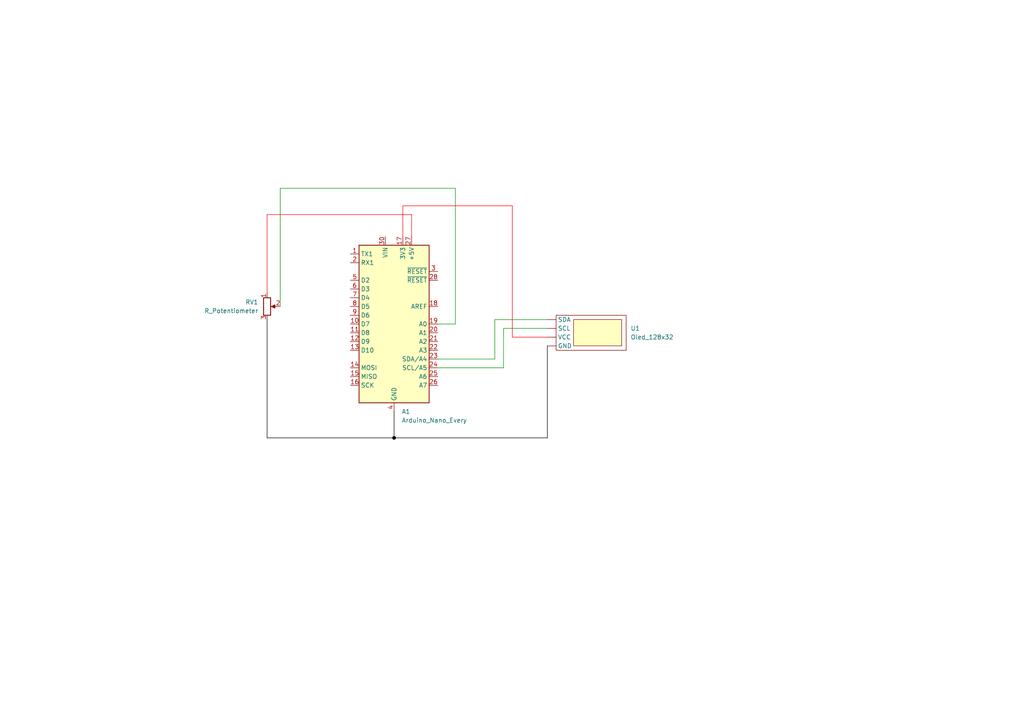
<source format=kicad_sch>
(kicad_sch
	(version 20231120)
	(generator "eeschema")
	(generator_version "8.0")
	(uuid "9609da15-c595-4693-adb8-6395c5cf5def")
	(paper "A4")
	(lib_symbols
		(symbol "Device:R_Potentiometer"
			(pin_names
				(offset 1.016) hide)
			(exclude_from_sim no)
			(in_bom yes)
			(on_board yes)
			(property "Reference" "RV"
				(at -4.445 0 90)
				(effects
					(font
						(size 1.27 1.27)
					)
				)
			)
			(property "Value" "R_Potentiometer"
				(at -2.54 0 90)
				(effects
					(font
						(size 1.27 1.27)
					)
				)
			)
			(property "Footprint" ""
				(at 0 0 0)
				(effects
					(font
						(size 1.27 1.27)
					)
					(hide yes)
				)
			)
			(property "Datasheet" "~"
				(at 0 0 0)
				(effects
					(font
						(size 1.27 1.27)
					)
					(hide yes)
				)
			)
			(property "Description" "Potentiometer"
				(at 0 0 0)
				(effects
					(font
						(size 1.27 1.27)
					)
					(hide yes)
				)
			)
			(property "ki_keywords" "resistor variable"
				(at 0 0 0)
				(effects
					(font
						(size 1.27 1.27)
					)
					(hide yes)
				)
			)
			(property "ki_fp_filters" "Potentiometer*"
				(at 0 0 0)
				(effects
					(font
						(size 1.27 1.27)
					)
					(hide yes)
				)
			)
			(symbol "R_Potentiometer_0_1"
				(polyline
					(pts
						(xy 2.54 0) (xy 1.524 0)
					)
					(stroke
						(width 0)
						(type default)
					)
					(fill
						(type none)
					)
				)
				(polyline
					(pts
						(xy 1.143 0) (xy 2.286 0.508) (xy 2.286 -0.508) (xy 1.143 0)
					)
					(stroke
						(width 0)
						(type default)
					)
					(fill
						(type outline)
					)
				)
				(rectangle
					(start 1.016 2.54)
					(end -1.016 -2.54)
					(stroke
						(width 0.254)
						(type default)
					)
					(fill
						(type none)
					)
				)
			)
			(symbol "R_Potentiometer_1_1"
				(pin passive line
					(at 0 3.81 270)
					(length 1.27)
					(name "1"
						(effects
							(font
								(size 1.27 1.27)
							)
						)
					)
					(number "1"
						(effects
							(font
								(size 1.27 1.27)
							)
						)
					)
				)
				(pin passive line
					(at 3.81 0 180)
					(length 1.27)
					(name "2"
						(effects
							(font
								(size 1.27 1.27)
							)
						)
					)
					(number "2"
						(effects
							(font
								(size 1.27 1.27)
							)
						)
					)
				)
				(pin passive line
					(at 0 -3.81 90)
					(length 1.27)
					(name "3"
						(effects
							(font
								(size 1.27 1.27)
							)
						)
					)
					(number "3"
						(effects
							(font
								(size 1.27 1.27)
							)
						)
					)
				)
			)
		)
		(symbol "I-IoT_bibliotheek:Oled_128x32"
			(exclude_from_sim no)
			(in_bom yes)
			(on_board yes)
			(property "Reference" "U"
				(at 0 7.62 0)
				(effects
					(font
						(size 1.27 1.27)
					)
				)
			)
			(property "Value" "Oled_128x32"
				(at 0 10.16 0)
				(effects
					(font
						(size 1.27 1.27)
					)
				)
			)
			(property "Footprint" ""
				(at 0 7.62 0)
				(effects
					(font
						(size 1.27 1.27)
					)
					(hide yes)
				)
			)
			(property "Datasheet" ""
				(at 0 7.62 0)
				(effects
					(font
						(size 1.27 1.27)
					)
					(hide yes)
				)
			)
			(property "Description" ""
				(at 0 0 0)
				(effects
					(font
						(size 1.27 1.27)
					)
					(hide yes)
				)
			)
			(symbol "Oled_128x32_0_1"
				(rectangle
					(start -5.08 5.08)
					(end 8.89 -2.54)
					(stroke
						(width 0)
						(type default)
					)
					(fill
						(type background)
					)
				)
				(rectangle
					(start 10.16 -3.81)
					(end -10.16 6.35)
					(stroke
						(width 0)
						(type default)
					)
					(fill
						(type none)
					)
				)
			)
			(symbol "Oled_128x32_1_1"
				(pin input line
					(at -12.7 -2.54 0)
					(length 2.54)
					(name "GND"
						(effects
							(font
								(size 1.27 1.27)
							)
						)
					)
					(number ""
						(effects
							(font
								(size 1.27 1.27)
							)
						)
					)
				)
				(pin input line
					(at -12.7 2.54 0)
					(length 2.54)
					(name "SCL"
						(effects
							(font
								(size 1.27 1.27)
							)
						)
					)
					(number ""
						(effects
							(font
								(size 1.27 1.27)
							)
						)
					)
				)
				(pin input line
					(at -12.7 5.08 0)
					(length 2.54)
					(name "SDA"
						(effects
							(font
								(size 1.27 1.27)
							)
						)
					)
					(number ""
						(effects
							(font
								(size 1.27 1.27)
							)
						)
					)
				)
				(pin input line
					(at -12.7 0 0)
					(length 2.54)
					(name "VCC"
						(effects
							(font
								(size 1.27 1.27)
							)
						)
					)
					(number ""
						(effects
							(font
								(size 1.27 1.27)
							)
						)
					)
				)
			)
		)
		(symbol "MCU_Module:Arduino_Nano_Every"
			(exclude_from_sim no)
			(in_bom yes)
			(on_board yes)
			(property "Reference" "A"
				(at -10.16 23.495 0)
				(effects
					(font
						(size 1.27 1.27)
					)
					(justify left bottom)
				)
			)
			(property "Value" "Arduino_Nano_Every"
				(at 5.08 -24.13 0)
				(effects
					(font
						(size 1.27 1.27)
					)
					(justify left top)
				)
			)
			(property "Footprint" "Module:Arduino_Nano"
				(at 0 0 0)
				(effects
					(font
						(size 1.27 1.27)
						(italic yes)
					)
					(hide yes)
				)
			)
			(property "Datasheet" "https://content.arduino.cc/assets/NANOEveryV3.0_sch.pdf"
				(at 0 0 0)
				(effects
					(font
						(size 1.27 1.27)
					)
					(hide yes)
				)
			)
			(property "Description" "Arduino Nano Every"
				(at 0 0 0)
				(effects
					(font
						(size 1.27 1.27)
					)
					(hide yes)
				)
			)
			(property "ki_keywords" "Arduino nano microcontroller module USB UPDI AATMega4809 AVR"
				(at 0 0 0)
				(effects
					(font
						(size 1.27 1.27)
					)
					(hide yes)
				)
			)
			(property "ki_fp_filters" "Arduino*Nano*"
				(at 0 0 0)
				(effects
					(font
						(size 1.27 1.27)
					)
					(hide yes)
				)
			)
			(symbol "Arduino_Nano_Every_0_1"
				(rectangle
					(start -10.16 22.86)
					(end 10.16 -22.86)
					(stroke
						(width 0.254)
						(type default)
					)
					(fill
						(type background)
					)
				)
			)
			(symbol "Arduino_Nano_Every_1_1"
				(pin bidirectional line
					(at -12.7 20.32 0)
					(length 2.54)
					(name "TX1"
						(effects
							(font
								(size 1.27 1.27)
							)
						)
					)
					(number "1"
						(effects
							(font
								(size 1.27 1.27)
							)
						)
					)
				)
				(pin bidirectional line
					(at -12.7 0 0)
					(length 2.54)
					(name "D7"
						(effects
							(font
								(size 1.27 1.27)
							)
						)
					)
					(number "10"
						(effects
							(font
								(size 1.27 1.27)
							)
						)
					)
				)
				(pin bidirectional line
					(at -12.7 -2.54 0)
					(length 2.54)
					(name "D8"
						(effects
							(font
								(size 1.27 1.27)
							)
						)
					)
					(number "11"
						(effects
							(font
								(size 1.27 1.27)
							)
						)
					)
				)
				(pin bidirectional line
					(at -12.7 -5.08 0)
					(length 2.54)
					(name "D9"
						(effects
							(font
								(size 1.27 1.27)
							)
						)
					)
					(number "12"
						(effects
							(font
								(size 1.27 1.27)
							)
						)
					)
				)
				(pin bidirectional line
					(at -12.7 -7.62 0)
					(length 2.54)
					(name "D10"
						(effects
							(font
								(size 1.27 1.27)
							)
						)
					)
					(number "13"
						(effects
							(font
								(size 1.27 1.27)
							)
						)
					)
				)
				(pin bidirectional line
					(at -12.7 -12.7 0)
					(length 2.54)
					(name "MOSI"
						(effects
							(font
								(size 1.27 1.27)
							)
						)
					)
					(number "14"
						(effects
							(font
								(size 1.27 1.27)
							)
						)
					)
				)
				(pin bidirectional line
					(at -12.7 -15.24 0)
					(length 2.54)
					(name "MISO"
						(effects
							(font
								(size 1.27 1.27)
							)
						)
					)
					(number "15"
						(effects
							(font
								(size 1.27 1.27)
							)
						)
					)
				)
				(pin bidirectional line
					(at -12.7 -17.78 0)
					(length 2.54)
					(name "SCK"
						(effects
							(font
								(size 1.27 1.27)
							)
						)
					)
					(number "16"
						(effects
							(font
								(size 1.27 1.27)
							)
						)
					)
				)
				(pin power_out line
					(at 2.54 25.4 270)
					(length 2.54)
					(name "3V3"
						(effects
							(font
								(size 1.27 1.27)
							)
						)
					)
					(number "17"
						(effects
							(font
								(size 1.27 1.27)
							)
						)
					)
				)
				(pin input line
					(at 12.7 5.08 180)
					(length 2.54)
					(name "AREF"
						(effects
							(font
								(size 1.27 1.27)
							)
						)
					)
					(number "18"
						(effects
							(font
								(size 1.27 1.27)
							)
						)
					)
				)
				(pin bidirectional line
					(at 12.7 0 180)
					(length 2.54)
					(name "A0"
						(effects
							(font
								(size 1.27 1.27)
							)
						)
					)
					(number "19"
						(effects
							(font
								(size 1.27 1.27)
							)
						)
					)
				)
				(pin bidirectional line
					(at -12.7 17.78 0)
					(length 2.54)
					(name "RX1"
						(effects
							(font
								(size 1.27 1.27)
							)
						)
					)
					(number "2"
						(effects
							(font
								(size 1.27 1.27)
							)
						)
					)
				)
				(pin bidirectional line
					(at 12.7 -2.54 180)
					(length 2.54)
					(name "A1"
						(effects
							(font
								(size 1.27 1.27)
							)
						)
					)
					(number "20"
						(effects
							(font
								(size 1.27 1.27)
							)
						)
					)
				)
				(pin bidirectional line
					(at 12.7 -5.08 180)
					(length 2.54)
					(name "A2"
						(effects
							(font
								(size 1.27 1.27)
							)
						)
					)
					(number "21"
						(effects
							(font
								(size 1.27 1.27)
							)
						)
					)
				)
				(pin bidirectional line
					(at 12.7 -7.62 180)
					(length 2.54)
					(name "A3"
						(effects
							(font
								(size 1.27 1.27)
							)
						)
					)
					(number "22"
						(effects
							(font
								(size 1.27 1.27)
							)
						)
					)
				)
				(pin bidirectional line
					(at 12.7 -10.16 180)
					(length 2.54)
					(name "SDA/A4"
						(effects
							(font
								(size 1.27 1.27)
							)
						)
					)
					(number "23"
						(effects
							(font
								(size 1.27 1.27)
							)
						)
					)
				)
				(pin bidirectional line
					(at 12.7 -12.7 180)
					(length 2.54)
					(name "SCL/A5"
						(effects
							(font
								(size 1.27 1.27)
							)
						)
					)
					(number "24"
						(effects
							(font
								(size 1.27 1.27)
							)
						)
					)
				)
				(pin bidirectional line
					(at 12.7 -15.24 180)
					(length 2.54)
					(name "A6"
						(effects
							(font
								(size 1.27 1.27)
							)
						)
					)
					(number "25"
						(effects
							(font
								(size 1.27 1.27)
							)
						)
					)
				)
				(pin bidirectional line
					(at 12.7 -17.78 180)
					(length 2.54)
					(name "A7"
						(effects
							(font
								(size 1.27 1.27)
							)
						)
					)
					(number "26"
						(effects
							(font
								(size 1.27 1.27)
							)
						)
					)
				)
				(pin power_out line
					(at 5.08 25.4 270)
					(length 2.54)
					(name "+5V"
						(effects
							(font
								(size 1.27 1.27)
							)
						)
					)
					(number "27"
						(effects
							(font
								(size 1.27 1.27)
							)
						)
					)
				)
				(pin input line
					(at 12.7 12.7 180)
					(length 2.54)
					(name "~{RESET}"
						(effects
							(font
								(size 1.27 1.27)
							)
						)
					)
					(number "28"
						(effects
							(font
								(size 1.27 1.27)
							)
						)
					)
				)
				(pin passive line
					(at 0 -25.4 90)
					(length 2.54) hide
					(name "GND"
						(effects
							(font
								(size 1.27 1.27)
							)
						)
					)
					(number "29"
						(effects
							(font
								(size 1.27 1.27)
							)
						)
					)
				)
				(pin input line
					(at 12.7 15.24 180)
					(length 2.54)
					(name "~{RESET}"
						(effects
							(font
								(size 1.27 1.27)
							)
						)
					)
					(number "3"
						(effects
							(font
								(size 1.27 1.27)
							)
						)
					)
				)
				(pin power_in line
					(at -2.54 25.4 270)
					(length 2.54)
					(name "VIN"
						(effects
							(font
								(size 1.27 1.27)
							)
						)
					)
					(number "30"
						(effects
							(font
								(size 1.27 1.27)
							)
						)
					)
				)
				(pin power_in line
					(at 0 -25.4 90)
					(length 2.54)
					(name "GND"
						(effects
							(font
								(size 1.27 1.27)
							)
						)
					)
					(number "4"
						(effects
							(font
								(size 1.27 1.27)
							)
						)
					)
				)
				(pin bidirectional line
					(at -12.7 12.7 0)
					(length 2.54)
					(name "D2"
						(effects
							(font
								(size 1.27 1.27)
							)
						)
					)
					(number "5"
						(effects
							(font
								(size 1.27 1.27)
							)
						)
					)
				)
				(pin bidirectional line
					(at -12.7 10.16 0)
					(length 2.54)
					(name "D3"
						(effects
							(font
								(size 1.27 1.27)
							)
						)
					)
					(number "6"
						(effects
							(font
								(size 1.27 1.27)
							)
						)
					)
				)
				(pin bidirectional line
					(at -12.7 7.62 0)
					(length 2.54)
					(name "D4"
						(effects
							(font
								(size 1.27 1.27)
							)
						)
					)
					(number "7"
						(effects
							(font
								(size 1.27 1.27)
							)
						)
					)
				)
				(pin bidirectional line
					(at -12.7 5.08 0)
					(length 2.54)
					(name "D5"
						(effects
							(font
								(size 1.27 1.27)
							)
						)
					)
					(number "8"
						(effects
							(font
								(size 1.27 1.27)
							)
						)
					)
				)
				(pin bidirectional line
					(at -12.7 2.54 0)
					(length 2.54)
					(name "D6"
						(effects
							(font
								(size 1.27 1.27)
							)
						)
					)
					(number "9"
						(effects
							(font
								(size 1.27 1.27)
							)
						)
					)
				)
			)
		)
	)
	(junction
		(at 114.3 127)
		(diameter 0)
		(color 0 0 0 1)
		(uuid "b02477cd-2e55-4015-a9de-2c226f504ebc")
	)
	(wire
		(pts
			(xy 132.08 93.98) (xy 127 93.98)
		)
		(stroke
			(width 0)
			(type default)
		)
		(uuid "0a567b69-c6bc-45c8-a164-1786719a29a8")
	)
	(wire
		(pts
			(xy 143.51 92.71) (xy 158.75 92.71)
		)
		(stroke
			(width 0)
			(type default)
		)
		(uuid "0fddf626-64a8-4835-847f-bdb30f56c2d8")
	)
	(wire
		(pts
			(xy 116.84 59.69) (xy 148.59 59.69)
		)
		(stroke
			(width 0)
			(type default)
			(color 255 0 3 1)
		)
		(uuid "1d59e463-4414-4a98-a25d-4e3b1da8630e")
	)
	(wire
		(pts
			(xy 116.84 68.58) (xy 116.84 59.69)
		)
		(stroke
			(width 0)
			(type default)
			(color 255 0 3 1)
		)
		(uuid "32ab2348-a687-4743-99d6-811109417dd1")
	)
	(wire
		(pts
			(xy 127 106.68) (xy 146.05 106.68)
		)
		(stroke
			(width 0)
			(type default)
		)
		(uuid "44c7280e-17db-4f3c-8d11-6c290a2a6e4e")
	)
	(wire
		(pts
			(xy 127 104.14) (xy 143.51 104.14)
		)
		(stroke
			(width 0)
			(type default)
		)
		(uuid "45b0563b-ddb5-423a-a761-0fbd58ddbc4f")
	)
	(wire
		(pts
			(xy 77.47 62.23) (xy 119.38 62.23)
		)
		(stroke
			(width 0)
			(type default)
			(color 255 0 3 1)
		)
		(uuid "7cc0d2e2-628b-47a7-9b05-d94155baf965")
	)
	(wire
		(pts
			(xy 114.3 127) (xy 114.3 119.38)
		)
		(stroke
			(width 0)
			(type default)
			(color 0 0 0 1)
		)
		(uuid "83fb6321-a5ad-4b86-8877-5aac6fb3d977")
	)
	(wire
		(pts
			(xy 81.28 88.9) (xy 81.28 54.61)
		)
		(stroke
			(width 0)
			(type default)
		)
		(uuid "88243328-7d03-4938-b54c-d60056e47f1a")
	)
	(wire
		(pts
			(xy 148.59 97.79) (xy 158.75 97.79)
		)
		(stroke
			(width 0)
			(type default)
			(color 255 0 3 1)
		)
		(uuid "941e7786-ac26-4b8f-a4e4-92649fc12ec6")
	)
	(wire
		(pts
			(xy 148.59 59.69) (xy 148.59 97.79)
		)
		(stroke
			(width 0)
			(type default)
			(color 255 0 3 1)
		)
		(uuid "a61a1b2e-fbb5-4958-b9dd-59e635b69a64")
	)
	(wire
		(pts
			(xy 146.05 106.68) (xy 146.05 95.25)
		)
		(stroke
			(width 0)
			(type default)
		)
		(uuid "b5f58825-36c6-4188-a150-8fb26a12097d")
	)
	(wire
		(pts
			(xy 77.47 92.71) (xy 77.47 127)
		)
		(stroke
			(width 0)
			(type default)
			(color 0 0 0 1)
		)
		(uuid "c08fde68-3800-4151-997f-78c51d4d5877")
	)
	(wire
		(pts
			(xy 143.51 104.14) (xy 143.51 92.71)
		)
		(stroke
			(width 0)
			(type default)
		)
		(uuid "c6ab4266-7d12-4128-93f6-9a1833526290")
	)
	(wire
		(pts
			(xy 158.75 100.33) (xy 158.75 127)
		)
		(stroke
			(width 0)
			(type default)
			(color 0 0 0 1)
		)
		(uuid "c898939d-6422-472c-aa1e-7647fba70b02")
	)
	(wire
		(pts
			(xy 77.47 127) (xy 114.3 127)
		)
		(stroke
			(width 0)
			(type default)
			(color 0 0 0 1)
		)
		(uuid "d1f5acf1-7e5d-48f9-91db-afc0d333b372")
	)
	(wire
		(pts
			(xy 146.05 95.25) (xy 158.75 95.25)
		)
		(stroke
			(width 0)
			(type default)
		)
		(uuid "e2cc21cf-9d35-4136-a173-bf66e173449b")
	)
	(wire
		(pts
			(xy 81.28 54.61) (xy 132.08 54.61)
		)
		(stroke
			(width 0)
			(type default)
		)
		(uuid "e51becac-5c98-4240-80b4-de7e9183409e")
	)
	(wire
		(pts
			(xy 119.38 62.23) (xy 119.38 68.58)
		)
		(stroke
			(width 0)
			(type default)
			(color 255 0 3 1)
		)
		(uuid "e8e00338-d98a-4eb4-833a-351390a0d0c1")
	)
	(wire
		(pts
			(xy 158.75 127) (xy 114.3 127)
		)
		(stroke
			(width 0)
			(type default)
			(color 0 0 0 1)
		)
		(uuid "f872d38a-b054-468b-9925-054cdfde9ef9")
	)
	(wire
		(pts
			(xy 132.08 54.61) (xy 132.08 93.98)
		)
		(stroke
			(width 0)
			(type default)
		)
		(uuid "fc57ba5f-5ec2-44cb-a2d0-61d0aabffd82")
	)
	(wire
		(pts
			(xy 77.47 85.09) (xy 77.47 62.23)
		)
		(stroke
			(width 0)
			(type default)
			(color 255 0 3 1)
		)
		(uuid "ffd1805d-62f7-43aa-918a-d6558ff638cb")
	)
	(symbol
		(lib_id "Device:R_Potentiometer")
		(at 77.47 88.9 0)
		(unit 1)
		(exclude_from_sim no)
		(in_bom yes)
		(on_board yes)
		(dnp no)
		(fields_autoplaced yes)
		(uuid "1d115fa8-704d-4dc0-9892-e1a7041a4735")
		(property "Reference" "RV1"
			(at 74.93 87.6299 0)
			(effects
				(font
					(size 1.27 1.27)
				)
				(justify right)
			)
		)
		(property "Value" "R_Potentiometer"
			(at 74.93 90.1699 0)
			(effects
				(font
					(size 1.27 1.27)
				)
				(justify right)
			)
		)
		(property "Footprint" ""
			(at 77.47 88.9 0)
			(effects
				(font
					(size 1.27 1.27)
				)
				(hide yes)
			)
		)
		(property "Datasheet" "~"
			(at 77.47 88.9 0)
			(effects
				(font
					(size 1.27 1.27)
				)
				(hide yes)
			)
		)
		(property "Description" "Potentiometer"
			(at 77.47 88.9 0)
			(effects
				(font
					(size 1.27 1.27)
				)
				(hide yes)
			)
		)
		(pin "3"
			(uuid "e56ac9e1-006e-47af-bd4a-8a1ab9bb7f3e")
		)
		(pin "2"
			(uuid "509f1208-e7df-4688-82a3-29e0b9596e3a")
		)
		(pin "1"
			(uuid "f90a78c0-4947-4f5a-b2fc-418578bde063")
		)
		(instances
			(project ""
				(path "/9609da15-c595-4693-adb8-6395c5cf5def"
					(reference "RV1")
					(unit 1)
				)
			)
		)
	)
	(symbol
		(lib_id "MCU_Module:Arduino_Nano_Every")
		(at 114.3 93.98 0)
		(unit 1)
		(exclude_from_sim no)
		(in_bom yes)
		(on_board yes)
		(dnp no)
		(fields_autoplaced yes)
		(uuid "57662916-e84f-4305-8037-77ddf32e50c3")
		(property "Reference" "A1"
			(at 116.4941 119.38 0)
			(effects
				(font
					(size 1.27 1.27)
				)
				(justify left)
			)
		)
		(property "Value" "Arduino_Nano_Every"
			(at 116.4941 121.92 0)
			(effects
				(font
					(size 1.27 1.27)
				)
				(justify left)
			)
		)
		(property "Footprint" "Module:Arduino_Nano"
			(at 114.3 93.98 0)
			(effects
				(font
					(size 1.27 1.27)
					(italic yes)
				)
				(hide yes)
			)
		)
		(property "Datasheet" "https://content.arduino.cc/assets/NANOEveryV3.0_sch.pdf"
			(at 114.3 93.98 0)
			(effects
				(font
					(size 1.27 1.27)
				)
				(hide yes)
			)
		)
		(property "Description" "Arduino Nano Every"
			(at 114.3 93.98 0)
			(effects
				(font
					(size 1.27 1.27)
				)
				(hide yes)
			)
		)
		(pin "5"
			(uuid "8599148c-ebca-4b04-ab3a-b44e3b379e5c")
		)
		(pin "12"
			(uuid "3c8b8f32-13e1-44fa-9774-d5051009df42")
		)
		(pin "30"
			(uuid "ae96ca92-7e95-4d48-b8cb-1904ef67e357")
		)
		(pin "24"
			(uuid "5303987c-8ae8-40d5-91a8-76a2bcd4912b")
		)
		(pin "7"
			(uuid "88d0b191-3063-4533-88ca-77de0c560e1e")
		)
		(pin "13"
			(uuid "21aaa5e2-f596-4039-a0fa-e07417598626")
		)
		(pin "21"
			(uuid "2d94bb37-3538-490a-a560-21997f083f5d")
		)
		(pin "29"
			(uuid "b5672dc8-effd-4bef-872b-17dd83b6ddf8")
		)
		(pin "17"
			(uuid "90121cd8-92db-46eb-92a5-f7ffedb5451e")
		)
		(pin "20"
			(uuid "4eb6fac9-8ad1-44c7-aa56-fe2247031fb1")
		)
		(pin "6"
			(uuid "94fc4798-1524-49ec-a68f-3f09c9fd7430")
		)
		(pin "8"
			(uuid "b6f92fa0-a946-4053-8d8a-5c90ed1d4cdf")
		)
		(pin "19"
			(uuid "0e9a49fc-de04-46d9-8a00-8cb813b7c986")
		)
		(pin "27"
			(uuid "af89d9c1-4d6f-4ab0-8e30-5486330e5b5c")
		)
		(pin "9"
			(uuid "22df1aac-a9a7-4b99-9b7d-9fa64c6aad84")
		)
		(pin "1"
			(uuid "e8997fed-8c54-4d31-8124-2555798abe33")
		)
		(pin "26"
			(uuid "392651bc-22c0-4487-a3d0-ebf2233d8231")
		)
		(pin "16"
			(uuid "e3e3f467-fa84-4b5b-bd19-8b000cd02036")
		)
		(pin "15"
			(uuid "d6da26ef-03bf-4eec-a106-94fc23d21431")
		)
		(pin "2"
			(uuid "28a343cb-d39d-470d-b8a0-0ac9bafad4f8")
		)
		(pin "4"
			(uuid "bac639d4-eb00-461e-b2e6-fb2e565d6f1b")
		)
		(pin "10"
			(uuid "353a3817-cc84-4027-8d9d-201d949b7ac3")
		)
		(pin "3"
			(uuid "04f33691-9132-436d-ae93-364edc224804")
		)
		(pin "14"
			(uuid "6375b8ed-63fa-43eb-9c8f-da48e0949141")
		)
		(pin "18"
			(uuid "a36c5142-bbef-454d-9d83-959e87a931bc")
		)
		(pin "25"
			(uuid "0991bf16-0f9c-42a7-be33-c07bfc625e47")
		)
		(pin "23"
			(uuid "ff956397-a232-4224-bad0-f440646c3090")
		)
		(pin "28"
			(uuid "ff4032d1-8d72-4e42-b511-703d0cc44019")
		)
		(pin "11"
			(uuid "3c7d634a-58d9-4c82-8ad2-4181c6198dd0")
		)
		(pin "22"
			(uuid "2f5136b7-dbe8-46de-9cc5-0005ab9529b3")
		)
		(instances
			(project ""
				(path "/9609da15-c595-4693-adb8-6395c5cf5def"
					(reference "A1")
					(unit 1)
				)
			)
		)
	)
	(symbol
		(lib_id "I-IoT_bibliotheek:Oled_128x32")
		(at 171.45 97.79 0)
		(unit 1)
		(exclude_from_sim no)
		(in_bom yes)
		(on_board yes)
		(dnp no)
		(fields_autoplaced yes)
		(uuid "d2e25756-cef1-409b-9596-eb7c74e0580f")
		(property "Reference" "U1"
			(at 182.88 95.2499 0)
			(effects
				(font
					(size 1.27 1.27)
				)
				(justify left)
			)
		)
		(property "Value" "Oled_128x32"
			(at 182.88 97.7899 0)
			(effects
				(font
					(size 1.27 1.27)
				)
				(justify left)
			)
		)
		(property "Footprint" ""
			(at 171.45 90.17 0)
			(effects
				(font
					(size 1.27 1.27)
				)
				(hide yes)
			)
		)
		(property "Datasheet" ""
			(at 171.45 90.17 0)
			(effects
				(font
					(size 1.27 1.27)
				)
				(hide yes)
			)
		)
		(property "Description" ""
			(at 171.45 97.79 0)
			(effects
				(font
					(size 1.27 1.27)
				)
				(hide yes)
			)
		)
		(pin ""
			(uuid "2615ad4b-d9ab-460c-8bcd-d61b89d7ce1c")
		)
		(pin ""
			(uuid "3eb48831-ee06-4468-9706-8fddcb132155")
		)
		(pin ""
			(uuid "a7d49099-b19e-410a-8230-bdfd4f2a7ed7")
		)
		(pin ""
			(uuid "514d2e96-7582-4ed9-a2af-ce74d1087ab3")
		)
		(instances
			(project "elektrisch_schema"
				(path "/9609da15-c595-4693-adb8-6395c5cf5def"
					(reference "U1")
					(unit 1)
				)
			)
		)
	)
	(sheet_instances
		(path "/"
			(page "1")
		)
	)
)

</source>
